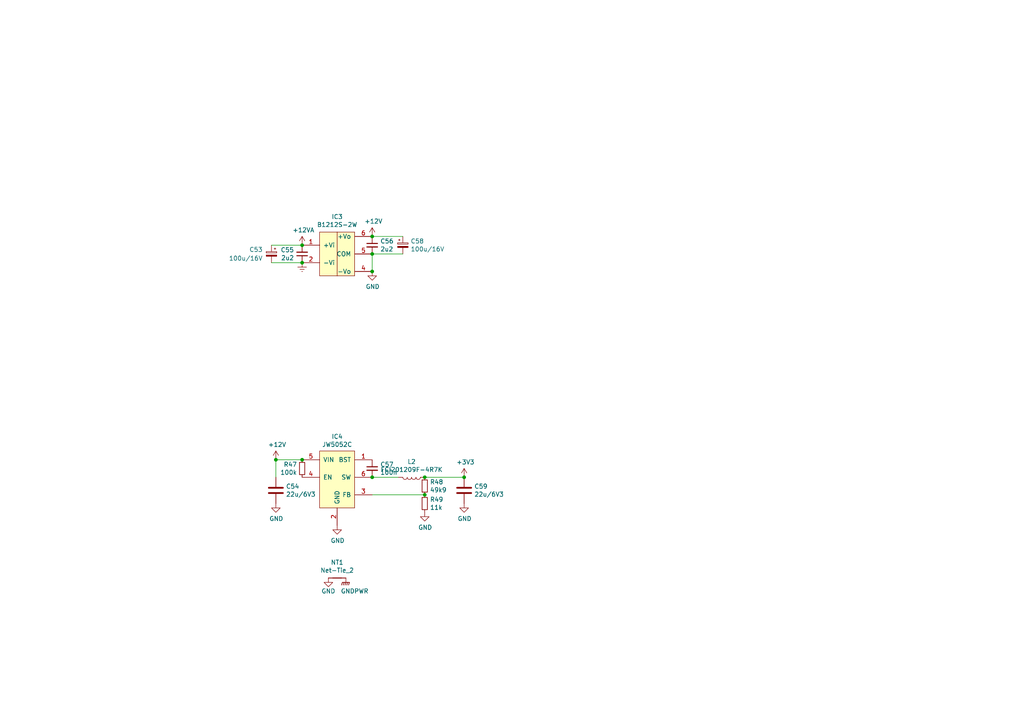
<source format=kicad_sch>
(kicad_sch (version 20231120) (generator "eeschema") (generator_version "8.0")
  (paper "A4")
  (title_block (rev "4.0"))
  (lib_symbols
    (symbol "Device:C" (pin_numbers hide) (pin_names (offset 0.254))
      (property "Reference" "C" (at 0.635 2.54 0))
      (property "Value" "C" (at 0.635 -2.54 0))
      (symbol "C_0_1"
        (polyline (pts (xy -2.032 -0.762) (xy 2.032 -0.762)) (stroke (width 0.508)))
        (polyline (pts (xy -2.032 0.762) (xy 2.032 0.762)) (stroke (width 0.508)))
      )
      (symbol "C_1_1"
        (pin passive line (at 0 3.81 270) (length 2.794) (name "~") (number "1"))
        (pin passive line (at 0 -3.81 90) (length 2.794) (name "~") (number "2"))
      )
    )
    (symbol "Device:C_Polarized_Small" (pin_numbers hide) (pin_names (offset 0.254) hide)
      (property "Reference" "C" (at 0.254 1.778 0))
      (property "Value" "C_Polarized_Small" (at 0.254 -2.032 0))
      (symbol "C_Polarized_Small_0_1"
        (rectangle (start -1.524 -0.3048) (end 1.524 -0.6858) (fill (type outline)))
        (rectangle (start -1.524 0.6858) (end 1.524 0.3048))
        (polyline (pts (xy -1.27 1.524) (xy -0.762 1.524)))
        (polyline (pts (xy -1.016 1.27) (xy -1.016 1.778)))
      )
      (symbol "C_Polarized_Small_1_1"
        (pin passive line (at 0 2.54 270) (length 1.8542) (name "~") (number "1"))
        (pin passive line (at 0 -2.54 90) (length 1.8542) (name "~") (number "2"))
      )
    )
    (symbol "Device:C_Small" (pin_numbers hide) (pin_names (offset 0.254) hide)
      (property "Reference" "C" (at 0.254 1.778 0))
      (property "Value" "C_Small" (at 0.254 -2.032 0))
      (symbol "C_Small_0_1"
        (polyline (pts (xy -1.524 -0.508) (xy 1.524 -0.508)) (stroke (width 0.3302)))
        (polyline (pts (xy -1.524 0.508) (xy 1.524 0.508)) (stroke (width 0.3048)))
      )
      (symbol "C_Small_1_1"
        (pin passive line (at 0 2.54 270) (length 2.032) (name "~") (number "1"))
        (pin passive line (at 0 -2.54 90) (length 2.032) (name "~") (number "2"))
      )
    )
    (symbol "Device:L" (pin_numbers hide) (pin_names (offset 1.016) hide)
      (property "Reference" "L" (at -1.27 0 90))
      (property "Value" "L" (at 1.905 0 90))
      (symbol "L_0_1"
        (arc (start 0 -2.54) (mid 0.6323 -1.905) (end 0 -1.27))
        (arc (start 0 -1.27) (mid 0.6323 -0.635) (end 0 0))
        (arc (start 0 0) (mid 0.6323 0.635) (end 0 1.27))
        (arc (start 0 1.27) (mid 0.6323 1.905) (end 0 2.54))
      )
      (symbol "L_1_1"
        (pin passive line (at 0 3.81 270) (length 1.27) (name "1") (number "1"))
        (pin passive line (at 0 -3.81 90) (length 1.27) (name "2") (number "2"))
      )
    )
    (symbol "Device:NetTie_2" (pin_numbers hide) (pin_names (offset 0) hide) (in_bom no)
      (property "Reference" "NT" (at 0 1.27 0))
      (property "Value" "NetTie_2" (at 0 -1.27 0))
      (symbol "NetTie_2_0_1"
        (polyline (pts (xy -1.27 0) (xy 1.27 0)) (stroke (width 0.254)))
      )
      (symbol "NetTie_2_1_1"
        (pin passive line (at -2.54 0 0) (length 2.54) (name "1") (number "1"))
        (pin passive line (at 2.54 0 180) (length 2.54) (name "2") (number "2"))
      )
    )
    (symbol "Device:R_Small" (pin_numbers hide) (pin_names (offset 0.254) hide)
      (property "Reference" "R" (at 0.762 0.508 0))
      (property "Value" "R_Small" (at 0.762 -1.016 0))
      (symbol "R_Small_0_1"
        (rectangle (start -0.762 1.778) (end 0.762 -1.778) (stroke (width 0.2032)))
      )
      (symbol "R_Small_1_1"
        (pin passive line (at 0 2.54 270) (length 0.762) (name "~") (number "1"))
        (pin passive line (at 0 -2.54 90) (length 0.762) (name "~") (number "2"))
      )
    )
    (symbol "HSWR:DCDC_6pin" (pin_names (offset 1.016))
      (property "Reference" "IC" (at 0 -7.62 0))
      (property "Value" "DCDC_6pin" (at 0 7.62 0))
      (symbol "DCDC_6pin_0_1"
        (polyline (pts (xy 0 6.35) (xy 0 -6.35)))
        (rectangle (start 5.08 6.35) (end -5.08 -6.35) (fill (type background)))
      )
      (symbol "DCDC_6pin_1_1"
        (pin input line (at -10.16 2.54 0) (length 5.08) (name "+Vi") (number "1"))
        (pin input line (at -10.16 -2.54 0) (length 5.08) (name "-Vi") (number "2"))
        (pin input line (at 10.16 -5.08 180) (length 5.08) (name "-Vo") (number "4"))
        (pin input line (at 10.16 0 180) (length 5.08) (name "COM") (number "5"))
        (pin input line (at 10.16 5.08 180) (length 5.08) (name "+Vo") (number "6"))
      )
    )
    (symbol "HSWR:JW5052C" (pin_names (offset 1.016))
      (property "Reference" "IC" (at 3.81 -7.62 0))
      (property "Value" "JW5052C" (at 0 11.43 0))
      (symbol "JW5052C_0_1"
        (rectangle (start -5.08 10.16) (end 5.08 -6.35) (fill (type background)))
      )
      (symbol "JW5052C_1_1"
        (pin input line (at 10.16 7.62 180) (length 5.08) (name "BST") (number "1"))
        (pin input line (at 0 -11.43 90) (length 5.08) (name "GND") (number "2"))
        (pin input line (at 10.16 -2.54 180) (length 5.08) (name "FB") (number "3"))
        (pin input line (at -10.16 2.54 0) (length 5.08) (name "EN") (number "4"))
        (pin input line (at -10.16 7.62 0) (length 5.08) (name "VIN") (number "5"))
        (pin input line (at 10.16 2.54 180) (length 5.08) (name "SW") (number "6"))
      )
    )
    (symbol "power:+12V" (power) (pin_names (offset 0))
      (property "Value" "+12V" (at 0 3.556 0))
      (symbol "+12V_0_1"
        (polyline (pts (xy -0.762 1.27) (xy 0 2.54)))
        (polyline (pts (xy 0 0) (xy 0 2.54)))
        (polyline (pts (xy 0 2.54) (xy 0.762 1.27)))
      )
      (symbol "+12V_1_1"
        (pin power_in line (at 0 0 90) (length 0) hide (name "+12V") (number "1"))
      )
    )
    (symbol "power:+12VA" (power) (pin_names (offset 0))
      (property "Value" "+12VA" (at 0 3.556 0))
      (symbol "+12VA_0_1"
        (polyline (pts (xy -0.762 1.27) (xy 0 2.54)))
        (polyline (pts (xy 0 0) (xy 0 2.54)))
        (polyline (pts (xy 0 2.54) (xy 0.762 1.27)))
      )
      (symbol "+12VA_1_1"
        (pin power_in line (at 0 0 90) (length 0) hide (name "+12VA") (number "1"))
      )
    )
    (symbol "power:+3V3" (power) (pin_names (offset 0))
      (property "Value" "+3V3" (at 0 3.556 0))
      (symbol "+3V3_0_1"
        (polyline (pts (xy -0.762 1.27) (xy 0 2.54)))
        (polyline (pts (xy 0 0) (xy 0 2.54)))
        (polyline (pts (xy 0 2.54) (xy 0.762 1.27)))
      )
      (symbol "+3V3_1_1"
        (pin power_in line (at 0 0 90) (length 0) hide (name "+3V3") (number "1"))
      )
    )
    (symbol "power:Earth" (power) (pin_names (offset 0))
      (symbol "Earth_0_1"
        (polyline (pts (xy -0.635 -1.905) (xy 0.635 -1.905)))
        (polyline (pts (xy -0.127 -2.54) (xy 0.127 -2.54)))
        (polyline (pts (xy 0 -1.27) (xy 0 0)))
        (polyline (pts (xy 1.27 -1.27) (xy -1.27 -1.27)))
      )
      (symbol "Earth_1_1"
        (pin power_in line (at 0 0 270) (length 0) hide (name "Earth") (number "1"))
      )
    )
    (symbol "power:GND" (power) (pin_names (offset 0))
      (property "Value" "GND" (at 0 -3.81 0))
      (symbol "GND_0_1"
        (polyline (pts (xy 0 0) (xy 0 -1.27) (xy 1.27 -1.27) (xy 0 -2.54) (xy -1.27 -1.27) (xy 0 -1.27)))
      )
      (symbol "GND_1_1"
        (pin power_in line (at 0 0 270) (length 0) hide (name "GND") (number "1"))
      )
    )
    (symbol "power:GNDPWR" (power) (pin_names (offset 0))
      (property "Value" "GNDPWR" (at 0 -3.302 0))
      (symbol "GNDPWR_0_1"
        (polyline (pts (xy 0 -1.27) (xy 0 0)))
        (polyline (pts (xy -1.016 -1.27) (xy -1.27 -2.032) (xy -1.27 -2.032)) (stroke (width 0.2032)))
        (polyline (pts (xy -0.508 -1.27) (xy -0.762 -2.032) (xy -0.762 -2.032)) (stroke (width 0.2032)))
        (polyline (pts (xy 0 -1.27) (xy -0.254 -2.032) (xy -0.254 -2.032)) (stroke (width 0.2032)))
        (polyline (pts (xy 0.508 -1.27) (xy 0.254 -2.032) (xy 0.254 -2.032)) (stroke (width 0.2032)))
        (polyline (pts (xy 1.016 -1.27) (xy -1.016 -1.27) (xy -1.016 -1.27)) (stroke (width 0.2032)))
        (polyline (pts (xy 1.016 -1.27) (xy 0.762 -2.032) (xy 0.762 -2.032) (xy 0.762 -2.032)) (stroke (width 0.2032)))
      )
      (symbol "GNDPWR_1_1"
        (pin power_in line (at 0 0 270) (length 0) hide (name "GNDPWR") (number "1"))
      )
    )
  )
  (junction (at 107.95 68.58))
  (junction (at 80.01 133.35))
  (junction (at 87.63 71.12))
  (junction (at 123.19 143.51))
  (junction (at 134.62 138.43))
  (junction (at 107.95 78.74))
  (junction (at 107.95 73.66))
  (junction (at 87.63 133.35))
  (junction (at 107.95 138.43))
  (junction (at 123.19 138.43))
  (junction (at 87.63 76.2))
  (wire (pts (xy 115.57 138.43) (xy 107.95 138.43)))
  (wire (pts (xy 80.01 133.35) (xy 87.63 133.35)))
  (wire (pts (xy 87.63 71.12) (xy 78.74 71.12)))
  (wire (pts (xy 80.01 138.43) (xy 80.01 133.35)))
  (wire (pts (xy 116.84 73.66) (xy 107.95 73.66)))
  (wire (pts (xy 107.95 73.66) (xy 107.95 78.74)))
  (wire (pts (xy 116.84 68.58) (xy 107.95 68.58)))
  (wire (pts (xy 107.95 143.51) (xy 123.19 143.51)))
  (wire (pts (xy 87.63 76.2) (xy 78.74 76.2)))
  (wire (pts (xy 123.19 138.43) (xy 134.62 138.43)))
  (symbol (lib_id "Device:NetTie_2") (at 97.79 167.64 0) (unit 1)
    (property "Reference" "NT1" (at 97.79 163.1188 0))
    (property "Value" "Net-Tie_2" (at 97.79 165.4302 0))
    (property "Footprint" "NetTie:NetTie-2_SMD_Pad2.0mm" (effects (hide yes)))
  )
  (symbol (lib_id "power:GND") (at 95.25 167.64 0) (unit 1)
    (property "Reference" "#PWR0129" (effects (hide yes)))
    (property "Value" "GND" (at 95.25 171.45 0))
  )
  (symbol (lib_id "power:GNDPWR") (at 100.33 167.64 0) (unit 1)
    (property "Reference" "#PWR0131" (effects (hide yes)))
    (property "Value" "GNDPWR" (at 102.87 171.45 0))
  )
  (symbol (lib_id "HSWR:JW5052C") (at 97.79 140.97 0) (unit 1)
    (property "Reference" "IC4" (at 97.79 126.619 0))
    (property "Value" "JW5052C" (at 97.79 128.9304 0))
    (property "Footprint" "Package_TO_SOT_SMD:TSOT-23-6" (effects (hide yes)))
  )
  (symbol (lib_id "Device:C_Small") (at 107.95 135.89 0) (unit 1)
    (property "Reference" "C57" (at 110.2868 134.7216 0) (effects (justify left)))
    (property "Value" "100n" (at 110.2868 137.033 0) (effects (justify left)))
    (property "Footprint" "Capacitor_SMD:C_0805_2012Metric" (effects (hide yes)))
  )
  (symbol (lib_id "Device:L") (at 119.38 138.43 270) (unit 1)
    (property "Reference" "L2" (at 119.38 133.9088 90))
    (property "Value" "FCI201209F-4R7K" (at 119.38 136.2202 90))
    (property "Footprint" "Inductor_SMD:L_0805_2012Metric" (effects (hide yes)))
  )
  (symbol (lib_id "Device:C") (at 134.62 142.24 0) (unit 1)
    (property "Reference" "C59" (at 137.541 141.0716 0) (effects (justify left)))
    (property "Value" "22u/6V3" (at 137.541 143.383 0) (effects (justify left)))
    (property "Footprint" "Capacitor_SMD:C_0805_2012Metric" (effects (hide yes)))
  )
  (symbol (lib_id "Device:R_Small") (at 123.19 140.97 0) (unit 1)
    (property "Reference" "R48" (at 124.6886 139.8016 0) (effects (justify left)))
    (property "Value" "49k9" (at 124.6886 142.113 0) (effects (justify left)))
    (property "Footprint" "Resistor_SMD:R_0805_2012Metric" (effects (hide yes)))
  )
  (symbol (lib_id "Device:R_Small") (at 123.19 146.05 0) (unit 1)
    (property "Reference" "R49" (at 124.6886 144.8816 0) (effects (justify left)))
    (property "Value" "11k" (at 124.6886 147.193 0) (effects (justify left)))
    (property "Footprint" "Resistor_SMD:R_0805_2012Metric" (effects (hide yes)))
  )
  (symbol (lib_id "power:GND") (at 97.79 152.4 0) (unit 1)
    (property "Reference" "#PWR0130" (effects (hide yes)))
    (property "Value" "GND" (at 97.917 156.7942 0))
  )
  (symbol (lib_id "power:GND") (at 123.19 148.59 0) (unit 1)
    (property "Reference" "#PWR0134" (effects (hide yes)))
    (property "Value" "GND" (at 123.317 152.9842 0))
  )
  (symbol (lib_id "power:GND") (at 134.62 146.05 0) (unit 1)
    (property "Reference" "#PWR0136" (effects (hide yes)))
    (property "Value" "GND" (at 134.747 150.4442 0))
  )
  (symbol (lib_id "Device:R_Small") (at 87.63 135.89 0) (mirror x) (unit 1)
    (property "Reference" "R47" (at 86.1568 134.7216 0) (effects (justify right)))
    (property "Value" "100k" (at 86.1568 137.033 0) (effects (justify right)))
    (property "Footprint" "Resistor_SMD:R_0805_2012Metric" (effects (hide yes)))
  )
  (symbol (lib_id "Device:C") (at 80.01 142.24 0) (unit 1)
    (property "Reference" "C54" (at 82.931 141.0716 0) (effects (justify left)))
    (property "Value" "22u/6V3" (at 82.931 143.383 0) (effects (justify left)))
    (property "Footprint" "Capacitor_SMD:C_0805_2012Metric" (effects (hide yes)))
  )
  (symbol (lib_id "power:GND") (at 80.01 146.05 0) (unit 1)
    (property "Reference" "#PWR0126" (effects (hide yes)))
    (property "Value" "GND" (at 80.137 150.4442 0))
  )
  (symbol (lib_id "power:+3V3") (at 134.62 138.43 0) (unit 1)
    (property "Reference" "#PWR0135" (effects (hide yes)))
    (property "Value" "+3V3" (at 135.001 134.0358 0))
  )
  (symbol (lib_id "power:+12V") (at 80.01 133.35 0) (unit 1)
    (property "Reference" "#PWR0125" (effects (hide yes)))
    (property "Value" "+12V" (at 80.391 128.9558 0))
  )
  (symbol (lib_id "Device:C_Small") (at 87.63 73.66 0) (mirror x) (unit 1)
    (property "Reference" "C55" (at 85.2932 72.4916 0) (effects (justify right)))
    (property "Value" "2u2" (at 85.2932 74.803 0) (effects (justify right)))
    (property "Footprint" "Capacitor_SMD:C_0805_2012Metric" (effects (hide yes)))
  )
  (symbol (lib_id "Device:C_Small") (at 107.95 71.12 0) (unit 1)
    (property "Reference" "C56" (at 110.2868 69.9516 0) (effects (justify left)))
    (property "Value" "2u2" (at 110.2868 72.263 0) (effects (justify left)))
    (property "Footprint" "Capacitor_SMD:C_0805_2012Metric" (effects (hide yes)))
  )
  (symbol (lib_id "power:Earth") (at 87.63 76.2 0) (unit 1)
    (property "Reference" "#PWR0128" (effects (hide yes)))
    (property "Value" "Earth" (effects (hide yes)))
  )
  (symbol (lib_id "power:GND") (at 107.95 78.74 0) (unit 1)
    (property "Reference" "#PWR0133" (effects (hide yes)))
    (property "Value" "GND" (at 108.077 83.1342 0))
  )
  (symbol (lib_id "power:+12VA") (at 87.63 71.12 0) (unit 1)
    (property "Reference" "#PWR0127" (effects (hide yes)))
    (property "Value" "+12VA" (at 88.011 66.7258 0))
  )
  (symbol (lib_id "power:+12V") (at 107.95 68.58 0) (unit 1)
    (property "Reference" "#PWR0132" (effects (hide yes)))
    (property "Value" "+12V" (at 108.331 64.1858 0))
  )
  (symbol (lib_id "HSWR:DCDC_6pin") (at 97.79 73.66 0) (unit 1)
    (property "Reference" "IC3" (at 97.79 62.865 0))
    (property "Value" "B1212S-2W" (at 97.79 65.1764 0))
    (property "Footprint" "Converter_DCDC:Converter_DCDC_muRata_NMAxxxxSC_THT" (effects (hide yes)))
  )
  (symbol (lib_id "Device:C_Polarized_Small") (at 116.84 71.12 0) (unit 1)
    (property "Reference" "C58" (at 119.0752 69.9516 0) (effects (justify left)))
    (property "Value" "100u/16V" (at 119.0752 72.263 0) (effects (justify left)))
    (property "Footprint" "Capacitor_THT:CP_Radial_D6.3mm_P2.50mm" (effects (hide yes)))
  )
  (symbol (lib_id "Device:C_Polarized_Small") (at 78.74 73.66 0) (mirror y) (unit 1)
    (property "Reference" "C53" (at 76.2 72.39 0) (effects (justify left)))
    (property "Value" "100u/16V" (at 76.2 74.93 0) (effects (justify left)))
    (property "Footprint" "Capacitor_THT:CP_Radial_D6.3mm_P2.50mm" (effects (hide yes)))
  )
)
</source>
